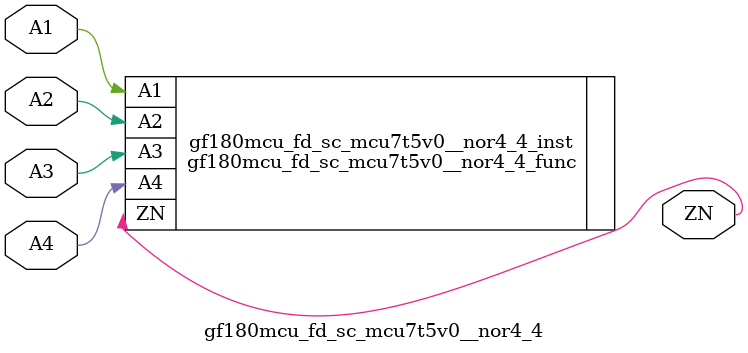
<source format=v>

module gf180mcu_fd_sc_mcu7t5v0__nor4_4( A4, A3, ZN, A2, A1 );
input A1, A2, A3, A4;
output ZN;

   `ifdef FUNCTIONAL  //  functional //

	gf180mcu_fd_sc_mcu7t5v0__nor4_4_func gf180mcu_fd_sc_mcu7t5v0__nor4_4_behav_inst(.A4(A4),.A3(A3),.ZN(ZN),.A2(A2),.A1(A1));

   `else

	gf180mcu_fd_sc_mcu7t5v0__nor4_4_func gf180mcu_fd_sc_mcu7t5v0__nor4_4_inst(.A4(A4),.A3(A3),.ZN(ZN),.A2(A2),.A1(A1));

	// spec_gates_begin


	// spec_gates_end



   specify

	// specify_block_begin

	// comb arc A1 --> ZN
	 (A1 => ZN) = (1.0,1.0);

	// comb arc A2 --> ZN
	 (A2 => ZN) = (1.0,1.0);

	// comb arc A3 --> ZN
	 (A3 => ZN) = (1.0,1.0);

	// comb arc A4 --> ZN
	 (A4 => ZN) = (1.0,1.0);

	// specify_block_end

   endspecify

   `endif

endmodule

</source>
